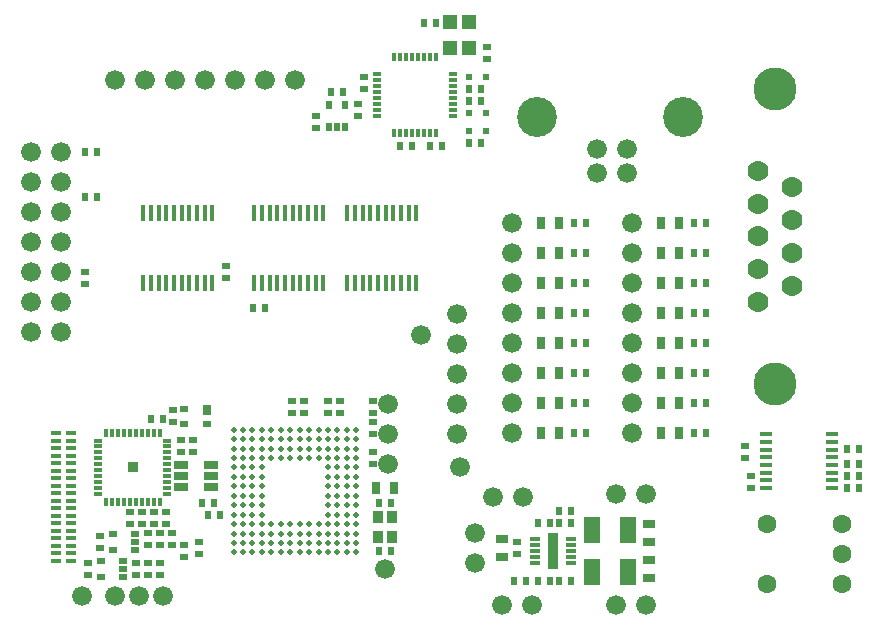
<source format=gts>
G04 (created by PCBNEW-RS274X (2010-03-14)-final) date Mon 05 Jul 2010 03:41:04 PM EDT*
G01*
G70*
G90*
%MOIN*%
G04 Gerber Fmt 3.4, Leading zero omitted, Abs format*
%FSLAX34Y34*%
G04 APERTURE LIST*
%ADD10C,0.001000*%
%ADD11R,0.026600X0.022700*%
%ADD12R,0.022700X0.026600*%
%ADD13R,0.038400X0.026600*%
%ADD14R,0.026600X0.038400*%
%ADD15R,0.052200X0.085700*%
%ADD16C,0.066000*%
%ADD17R,0.034500X0.038400*%
%ADD18C,0.143000*%
%ADD19C,0.069900*%
%ADD20C,0.132900*%
%ADD21C,0.063000*%
%ADD22C,0.019000*%
%ADD23R,0.046300X0.050200*%
%ADD24R,0.033000X0.017500*%
%ADD25R,0.034500X0.013200*%
%ADD26R,0.032500X0.121100*%
%ADD27R,0.012800X0.028600*%
%ADD28R,0.028600X0.012800*%
%ADD29R,0.034500X0.034500*%
%ADD30R,0.026600X0.019500*%
%ADD31R,0.030600X0.034500*%
%ADD32R,0.026600X0.018700*%
%ADD33R,0.018700X0.026600*%
%ADD34R,0.022700X0.022700*%
%ADD35R,0.045000X0.026600*%
%ADD36R,0.030600X0.012800*%
%ADD37R,0.012800X0.030600*%
%ADD38R,0.042400X0.016800*%
%ADD39R,0.016800X0.054200*%
G04 APERTURE END LIST*
G54D10*
G54D11*
X24500Y-32497D03*
X24500Y-32103D03*
X26100Y-32103D03*
X26100Y-32497D03*
X26500Y-32497D03*
X26500Y-32103D03*
X26900Y-32103D03*
X26900Y-32497D03*
X27300Y-31103D03*
X27300Y-31497D03*
X26900Y-31497D03*
X26900Y-31103D03*
X26500Y-31103D03*
X26500Y-31497D03*
X24900Y-31203D03*
X24900Y-31597D03*
X27600Y-28397D03*
X27600Y-28003D03*
X25900Y-30797D03*
X25900Y-30403D03*
G54D12*
X26603Y-27300D03*
X26997Y-27300D03*
G54D11*
X26700Y-30403D03*
X26700Y-30797D03*
X27100Y-30403D03*
X27100Y-30797D03*
X26300Y-30403D03*
X26300Y-30797D03*
G54D12*
X28303Y-30100D03*
X28697Y-30100D03*
G54D11*
X28000Y-28003D03*
X28000Y-28397D03*
G54D12*
X34203Y-31700D03*
X34597Y-31700D03*
X34597Y-30100D03*
X34203Y-30100D03*
G54D11*
X27350Y-27003D03*
X27350Y-27397D03*
G54D12*
X24797Y-19900D03*
X24403Y-19900D03*
X24403Y-18400D03*
X24797Y-18400D03*
G54D11*
X24400Y-22403D03*
X24400Y-22797D03*
G54D12*
X40203Y-32700D03*
X40597Y-32700D03*
X39503Y-32700D03*
X39897Y-32700D03*
X40597Y-30750D03*
X40203Y-30750D03*
X39897Y-30750D03*
X39503Y-30750D03*
X40203Y-30350D03*
X40597Y-30350D03*
G54D11*
X38800Y-31797D03*
X38800Y-31403D03*
X27700Y-31897D03*
X27700Y-31503D03*
X28200Y-31797D03*
X28200Y-31403D03*
X33700Y-16297D03*
X33700Y-15903D03*
G54D12*
X37203Y-16700D03*
X37597Y-16700D03*
X37203Y-16300D03*
X37597Y-16300D03*
X37203Y-18100D03*
X37597Y-18100D03*
X35903Y-18200D03*
X36297Y-18200D03*
X35297Y-18200D03*
X34903Y-18200D03*
G54D11*
X37800Y-15297D03*
X37800Y-14903D03*
G54D12*
X35703Y-14100D03*
X36097Y-14100D03*
X41097Y-20750D03*
X40703Y-20750D03*
X41097Y-21750D03*
X40703Y-21750D03*
X41097Y-22750D03*
X40703Y-22750D03*
X41097Y-23750D03*
X40703Y-23750D03*
X50197Y-29200D03*
X49803Y-29200D03*
X49803Y-28300D03*
X50197Y-28300D03*
G54D11*
X46600Y-29597D03*
X46600Y-29203D03*
G54D12*
X50197Y-29600D03*
X49803Y-29600D03*
X50197Y-28800D03*
X49803Y-28800D03*
X38703Y-32700D03*
X39097Y-32700D03*
X41097Y-24750D03*
X40703Y-24750D03*
X41097Y-25750D03*
X40703Y-25750D03*
X41097Y-26750D03*
X40703Y-26750D03*
X41097Y-27750D03*
X40703Y-27750D03*
G54D11*
X33500Y-16803D03*
X33500Y-17197D03*
G54D12*
X32603Y-16400D03*
X32997Y-16400D03*
G54D11*
X32900Y-26703D03*
X32900Y-27097D03*
X31300Y-26703D03*
X31300Y-27097D03*
X31700Y-26703D03*
X31700Y-27097D03*
X32500Y-26703D03*
X32500Y-27097D03*
X29100Y-22203D03*
X29100Y-22597D03*
G54D12*
X45097Y-27750D03*
X44703Y-27750D03*
X45097Y-26750D03*
X44703Y-26750D03*
X45097Y-25750D03*
X44703Y-25750D03*
X45097Y-24750D03*
X44703Y-24750D03*
X45097Y-23750D03*
X44703Y-23750D03*
X45097Y-22750D03*
X44703Y-22750D03*
X45097Y-21750D03*
X44703Y-21750D03*
X45097Y-20750D03*
X44703Y-20750D03*
G54D11*
X34000Y-27097D03*
X34000Y-26703D03*
X34000Y-27797D03*
X34000Y-27403D03*
X34000Y-28797D03*
X34000Y-28403D03*
G54D13*
X43200Y-31395D03*
X43200Y-30805D03*
X43200Y-32005D03*
X43200Y-32595D03*
X38300Y-31305D03*
X38300Y-31895D03*
G54D14*
X34105Y-29600D03*
X34695Y-29600D03*
X39605Y-20750D03*
X40195Y-20750D03*
X39605Y-21750D03*
X40195Y-21750D03*
X39605Y-22750D03*
X40195Y-22750D03*
X39605Y-23750D03*
X40195Y-23750D03*
X39605Y-24750D03*
X40195Y-24750D03*
X39605Y-25750D03*
X40195Y-25750D03*
X39605Y-26750D03*
X40195Y-26750D03*
X39605Y-27750D03*
X40195Y-27750D03*
X43605Y-27750D03*
X44195Y-27750D03*
X43605Y-26750D03*
X44195Y-26750D03*
X43605Y-25750D03*
X44195Y-25750D03*
X43605Y-24750D03*
X44195Y-24750D03*
X43605Y-23750D03*
X44195Y-23750D03*
X43605Y-22750D03*
X44195Y-22750D03*
X43605Y-21750D03*
X44195Y-21750D03*
X43605Y-20750D03*
X44195Y-20750D03*
G54D15*
X41300Y-31000D03*
X42500Y-31000D03*
X41300Y-32400D03*
X42500Y-32400D03*
G54D16*
X37400Y-31100D03*
X37400Y-32100D03*
X42100Y-29800D03*
X43100Y-29800D03*
X42100Y-33500D03*
X43100Y-33500D03*
X39000Y-29900D03*
X38000Y-29900D03*
X39300Y-33500D03*
X38300Y-33500D03*
X22600Y-18400D03*
X23600Y-18400D03*
X22600Y-19400D03*
X23600Y-19400D03*
X22600Y-20400D03*
X23600Y-20400D03*
X22600Y-21400D03*
X23600Y-21400D03*
X22600Y-22400D03*
X23600Y-22400D03*
X22600Y-23400D03*
X23600Y-23400D03*
X22600Y-24400D03*
X23600Y-24400D03*
G54D17*
X34646Y-31225D03*
X34646Y-30575D03*
X34154Y-30575D03*
X34154Y-31225D03*
G54D18*
X47400Y-26120D03*
G54D19*
X46841Y-23394D03*
X46841Y-22303D03*
X46841Y-21213D03*
X46841Y-20122D03*
X46841Y-19031D03*
X47959Y-22848D03*
X47959Y-21758D03*
X47959Y-20667D03*
X47959Y-19577D03*
G54D18*
X47400Y-16281D03*
G54D20*
X44341Y-17240D03*
X39459Y-17240D03*
G54D16*
X42463Y-18307D03*
X42463Y-19094D03*
X41479Y-19094D03*
X41479Y-18307D03*
G54D21*
X49650Y-32800D03*
X49650Y-31800D03*
X49650Y-30800D03*
X47150Y-30800D03*
X47150Y-32800D03*
G54D22*
X33447Y-27653D03*
X33447Y-27968D03*
X33447Y-28283D03*
X33447Y-28598D03*
X33447Y-28913D03*
X33447Y-29228D03*
X33447Y-29543D03*
X33447Y-29858D03*
X33447Y-30173D03*
X33447Y-30488D03*
X33447Y-30803D03*
X33447Y-31118D03*
X33447Y-31433D03*
X33447Y-31747D03*
X33132Y-27653D03*
X33132Y-27968D03*
X33132Y-28283D03*
X33132Y-28598D03*
X33132Y-28913D03*
X33132Y-29228D03*
X33132Y-29543D03*
X33132Y-29858D03*
X33132Y-30173D03*
X33132Y-30488D03*
X33132Y-30803D03*
X33132Y-31118D03*
X33132Y-31433D03*
X33132Y-31747D03*
X32817Y-27653D03*
X32817Y-27968D03*
X32817Y-28283D03*
X32817Y-28598D03*
X32817Y-28913D03*
X32817Y-29228D03*
X32817Y-29543D03*
X32817Y-29858D03*
X32817Y-30173D03*
X32817Y-30488D03*
X32817Y-30803D03*
X32817Y-31118D03*
X32817Y-31433D03*
X32817Y-31747D03*
X32502Y-27653D03*
X32502Y-27968D03*
X32502Y-28283D03*
X32502Y-28598D03*
X32502Y-28913D03*
X32502Y-29228D03*
X32502Y-29543D03*
X32502Y-29858D03*
X32502Y-30173D03*
X32502Y-30488D03*
X32502Y-30803D03*
X32502Y-31118D03*
X32502Y-31433D03*
X32502Y-31747D03*
X32187Y-27653D03*
X32187Y-27968D03*
X32187Y-28283D03*
X32187Y-28598D03*
X32187Y-30803D03*
X32187Y-31118D03*
X32187Y-31433D03*
X32187Y-31747D03*
X31872Y-27653D03*
X31872Y-27968D03*
X31872Y-28283D03*
X31872Y-28598D03*
X31872Y-30803D03*
X31872Y-31118D03*
X31872Y-31433D03*
X31872Y-31747D03*
X31557Y-27653D03*
X31557Y-27968D03*
X31557Y-28283D03*
X31557Y-28598D03*
X31557Y-30803D03*
X31557Y-31118D03*
X31557Y-31433D03*
X31557Y-31747D03*
X31242Y-27653D03*
X31242Y-27968D03*
X31242Y-28283D03*
X31242Y-28598D03*
X31242Y-30803D03*
X31242Y-31118D03*
X31242Y-31433D03*
X31242Y-31747D03*
X30927Y-27653D03*
X30927Y-27968D03*
X30927Y-28283D03*
X30927Y-28598D03*
X30927Y-30803D03*
X30927Y-31118D03*
X30927Y-31433D03*
X30927Y-31747D03*
X30612Y-27653D03*
X30612Y-27968D03*
X30612Y-28283D03*
X30612Y-28598D03*
X30612Y-30803D03*
X30612Y-31118D03*
X30612Y-31433D03*
X30612Y-31747D03*
X30297Y-27653D03*
X30297Y-27968D03*
X30297Y-28283D03*
X30297Y-28598D03*
X30297Y-28913D03*
X30297Y-29228D03*
X30297Y-29543D03*
X30297Y-29858D03*
X30297Y-30173D03*
X30297Y-30488D03*
X30297Y-30803D03*
X30297Y-31118D03*
X30297Y-31433D03*
X30297Y-31747D03*
X29982Y-27653D03*
X29982Y-27968D03*
X29982Y-28283D03*
X29982Y-28598D03*
X29982Y-28913D03*
X29982Y-29228D03*
X29982Y-29543D03*
X29982Y-29858D03*
X29982Y-30173D03*
X29982Y-30488D03*
X29982Y-30803D03*
X29982Y-31118D03*
X29982Y-31433D03*
X29982Y-31747D03*
X29667Y-27653D03*
X29667Y-27968D03*
X29667Y-28283D03*
X29667Y-28598D03*
X29667Y-28913D03*
X29667Y-29228D03*
X29667Y-29543D03*
X29667Y-29858D03*
X29667Y-30173D03*
X29667Y-30488D03*
X29667Y-30803D03*
X29667Y-31118D03*
X29667Y-31433D03*
X29667Y-31747D03*
X29353Y-27653D03*
X29353Y-27968D03*
X29353Y-28283D03*
X29353Y-28598D03*
X29353Y-28913D03*
X29353Y-29228D03*
X29353Y-29543D03*
X29353Y-29858D03*
X29353Y-30173D03*
X29353Y-30488D03*
X29353Y-30803D03*
X29353Y-31118D03*
X29353Y-31433D03*
X29353Y-31747D03*
G54D23*
X37215Y-14933D03*
X37215Y-14067D03*
X36585Y-14067D03*
X36585Y-14933D03*
G54D24*
X23450Y-27775D03*
X23450Y-28025D03*
X23450Y-28275D03*
X23450Y-28525D03*
X23450Y-28775D03*
X23450Y-29025D03*
X23450Y-29275D03*
X23450Y-29525D03*
X23450Y-29775D03*
X23450Y-30025D03*
X23450Y-30275D03*
X23450Y-30525D03*
X23450Y-30775D03*
X23450Y-31025D03*
X23450Y-31275D03*
X23450Y-31525D03*
X23450Y-31775D03*
X23450Y-32025D03*
X23950Y-27775D03*
X23950Y-28025D03*
X23950Y-28275D03*
X23950Y-28525D03*
X23950Y-28775D03*
X23950Y-29025D03*
X23950Y-29275D03*
X23950Y-29525D03*
X23950Y-29775D03*
X23950Y-30025D03*
X23950Y-30275D03*
X23950Y-30525D03*
X23950Y-30775D03*
X23950Y-31025D03*
X23950Y-31275D03*
X23950Y-31525D03*
X23950Y-31775D03*
X23950Y-32025D03*
G54D25*
X39409Y-31306D03*
X39409Y-31503D03*
X39409Y-31700D03*
X39409Y-31897D03*
X39409Y-32094D03*
X40591Y-32094D03*
X40591Y-31897D03*
X40591Y-31700D03*
X40591Y-31503D03*
X40591Y-31306D03*
G54D26*
X40000Y-31700D03*
G54D27*
X25114Y-30052D03*
X25311Y-30052D03*
X25508Y-30052D03*
X25705Y-30052D03*
X25902Y-30052D03*
X26098Y-30052D03*
X26295Y-30052D03*
X26492Y-30052D03*
X26689Y-30052D03*
X26886Y-30052D03*
X26886Y-27748D03*
X26689Y-27748D03*
X26492Y-27748D03*
X26295Y-27748D03*
X26098Y-27748D03*
X25902Y-27748D03*
X25705Y-27748D03*
X25508Y-27748D03*
X25311Y-27748D03*
X25114Y-27748D03*
G54D28*
X27152Y-29786D03*
X27152Y-29589D03*
X27152Y-29392D03*
X27152Y-29195D03*
X27152Y-28998D03*
X27152Y-28802D03*
X27152Y-28605D03*
X27152Y-28408D03*
X27152Y-28211D03*
X27152Y-28014D03*
X24848Y-28014D03*
X24848Y-28211D03*
X24848Y-28408D03*
X24848Y-28605D03*
X24848Y-28802D03*
X24848Y-28998D03*
X24848Y-29195D03*
X24848Y-29392D03*
X24848Y-29589D03*
X24848Y-29786D03*
G54D29*
X26000Y-28900D03*
G54D30*
X28484Y-27464D03*
G54D31*
X28484Y-27011D03*
G54D30*
X27696Y-26952D03*
X27696Y-27464D03*
G54D32*
X25674Y-32556D03*
X25674Y-32300D03*
X25674Y-32044D03*
X24926Y-32044D03*
X24926Y-32556D03*
X26074Y-31656D03*
X26074Y-31400D03*
X26074Y-31144D03*
X25326Y-31144D03*
X25326Y-31656D03*
G54D33*
X32544Y-17574D03*
X32800Y-17574D03*
X33056Y-17574D03*
X33056Y-16826D03*
X32544Y-16826D03*
G54D34*
X37785Y-17700D03*
X37215Y-17700D03*
X37785Y-17100D03*
X37215Y-17100D03*
X37785Y-15900D03*
X37215Y-15900D03*
G54D35*
X27588Y-28826D03*
X27588Y-29200D03*
X27588Y-29574D03*
X28612Y-29574D03*
X28612Y-29200D03*
X28612Y-28826D03*
G54D16*
X38650Y-22750D03*
X38650Y-21750D03*
X38650Y-20750D03*
X38650Y-23750D03*
X38650Y-24750D03*
X38650Y-25750D03*
X38650Y-26750D03*
X38650Y-27750D03*
X42650Y-20750D03*
X42650Y-21750D03*
X42650Y-22750D03*
X42650Y-23750D03*
X42650Y-24750D03*
X42650Y-25750D03*
X42650Y-26750D03*
X42650Y-27750D03*
X26200Y-33200D03*
X36800Y-26800D03*
X36800Y-27800D03*
X25400Y-33200D03*
X24300Y-33200D03*
X35600Y-24500D03*
X34500Y-26800D03*
X34500Y-27800D03*
X34500Y-28800D03*
X36800Y-25800D03*
X36800Y-24800D03*
X36800Y-23800D03*
G54D36*
X34120Y-16402D03*
X34120Y-16598D03*
X34120Y-16795D03*
X34120Y-16992D03*
X34120Y-17189D03*
X36680Y-17189D03*
X36679Y-16992D03*
X36679Y-16795D03*
X36679Y-16598D03*
X36679Y-16402D03*
X36679Y-16205D03*
X36679Y-16008D03*
X36679Y-15811D03*
G54D37*
X34711Y-17780D03*
X34908Y-17780D03*
X35105Y-17780D03*
X35302Y-17780D03*
X35498Y-17780D03*
X35695Y-17780D03*
X35892Y-17780D03*
X36089Y-17780D03*
X36089Y-15220D03*
X35892Y-15220D03*
X35695Y-15220D03*
X35498Y-15220D03*
X35302Y-15220D03*
X35105Y-15220D03*
X34908Y-15220D03*
X34711Y-15220D03*
G54D36*
X34120Y-15811D03*
X34120Y-16008D03*
X34120Y-16205D03*
G54D38*
X49302Y-28828D03*
X49302Y-28572D03*
X49302Y-28316D03*
X49302Y-28060D03*
X49302Y-27804D03*
X47098Y-27804D03*
X47098Y-28060D03*
X47098Y-28316D03*
X47098Y-28572D03*
X47098Y-28828D03*
X47098Y-29084D03*
X47098Y-29340D03*
X47098Y-29596D03*
X49302Y-29084D03*
X49302Y-29340D03*
X49302Y-29596D03*
G54D39*
X28652Y-20431D03*
X28396Y-20431D03*
X28140Y-20431D03*
X27884Y-20431D03*
X27628Y-20431D03*
X27372Y-20431D03*
X27116Y-20431D03*
X26860Y-20431D03*
X26604Y-20431D03*
X26348Y-20431D03*
X26348Y-22769D03*
X26604Y-22769D03*
X26860Y-22769D03*
X27116Y-22769D03*
X27372Y-22769D03*
X27628Y-22769D03*
X27884Y-22769D03*
X28140Y-22769D03*
X28396Y-22769D03*
X28652Y-22769D03*
X33148Y-22769D03*
X33404Y-22769D03*
X33660Y-22769D03*
X33916Y-22769D03*
X34172Y-22769D03*
X34428Y-22769D03*
X34684Y-22769D03*
X34940Y-22769D03*
X35196Y-22769D03*
X35452Y-22769D03*
X35452Y-20431D03*
X35196Y-20431D03*
X34940Y-20431D03*
X34684Y-20431D03*
X34428Y-20431D03*
X34172Y-20431D03*
X33916Y-20431D03*
X33660Y-20431D03*
X33404Y-20431D03*
X33148Y-20431D03*
X30048Y-22769D03*
X30304Y-22769D03*
X30560Y-22769D03*
X30816Y-22769D03*
X31072Y-22769D03*
X31328Y-22769D03*
X31584Y-22769D03*
X31840Y-22769D03*
X32096Y-22769D03*
X32352Y-22769D03*
X32352Y-20431D03*
X32096Y-20431D03*
X31840Y-20431D03*
X31584Y-20431D03*
X31328Y-20431D03*
X31072Y-20431D03*
X30816Y-20431D03*
X30560Y-20431D03*
X30304Y-20431D03*
X30048Y-20431D03*
G54D16*
X27000Y-33200D03*
X36900Y-28900D03*
X34400Y-32300D03*
G54D11*
X46400Y-28597D03*
X46400Y-28203D03*
G54D12*
X30003Y-23600D03*
X30397Y-23600D03*
G54D16*
X31400Y-16000D03*
X30400Y-16000D03*
X29400Y-16000D03*
X28400Y-16000D03*
X27400Y-16000D03*
X26400Y-16000D03*
X25400Y-16000D03*
G54D11*
X32100Y-17597D03*
X32100Y-17203D03*
G54D12*
X28897Y-30500D03*
X28503Y-30500D03*
M02*

</source>
